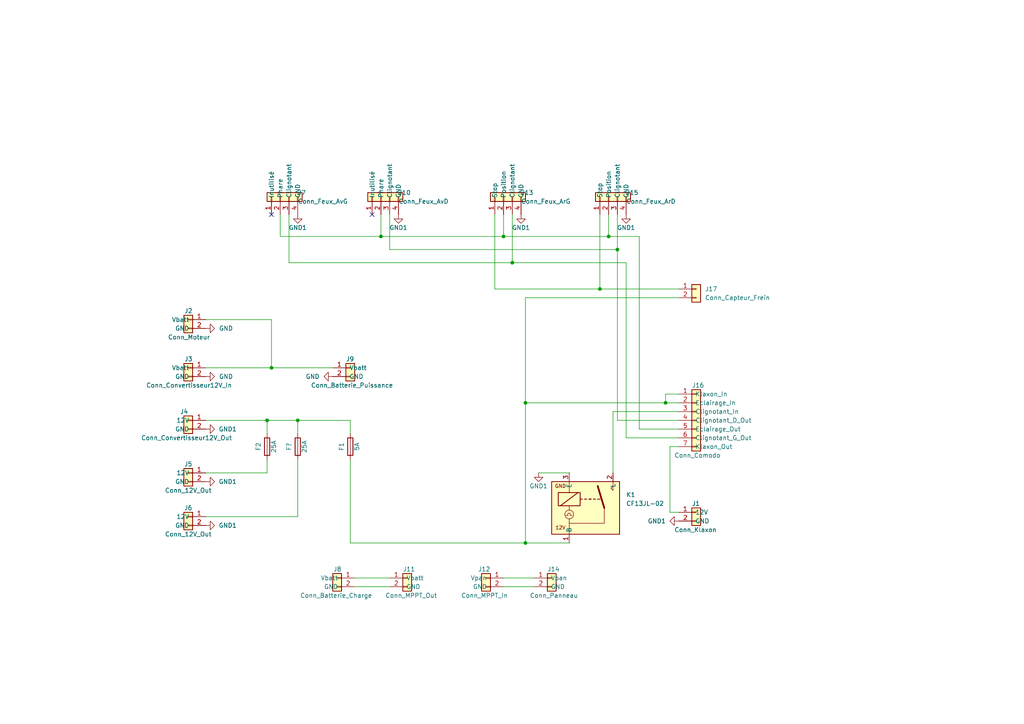
<source format=kicad_sch>
(kicad_sch (version 20211123) (generator eeschema)
  (paper "A4")
  (title_block (title "Boitier électrique vhéliotech") (date "2024-12-28") (company "Vélo solaire pour tous") (comment 1 "Licence CERN-OHL-S version 2"))
  (lib_symbols
    (symbol "Conn_Feux_Arriere_1" (pin_names (offset 1.016))
      (property "Reference" "J" (at 0 5.08 0))
      (property "Value" "Conn_Feux_Arriere_1" (at 0 -7.62 0))
      (symbol "Conn_Feux_Arriere_1_1_1"
        (rectangle (start -1.27 -4.953) (end 0 -5.207) (stroke (width 0.1524)))
        (rectangle (start -1.27 -2.413) (end 0 -2.667) (stroke (width 0.1524)))
        (rectangle (start -1.27 0.127) (end 0 -0.127) (stroke (width 0.1524)))
        (rectangle (start -1.27 2.667) (end 0 2.413) (stroke (width 0.1524)))
        (rectangle (start -1.27 3.81) (end 1.27 -6.35) (stroke (width 0.254)) (fill (type background)))
        (pin passive line (at -5.08 2.54 0) (length 3.81) (name "Stop") (number "1"))
        (pin passive line (at -5.08 0 0) (length 3.81) (name "Position") (number "2"))
        (pin passive line (at -5.08 -2.54 0) (length 3.81) (name "Clignotant") (number "3"))
        (pin power_in line (at -5.08 -5.08 0) (length 3.81) (name "GND") (number "4"))
      )
    )
    (symbol "Conn_Feux_Avant_1" (pin_names (offset 1.016))
      (property "Reference" "J" (at 0 5.08 0))
      (property "Value" "Conn_Feux_Avant_1" (at 0 -7.62 0))
      (symbol "Conn_Feux_Avant_1_1_1"
        (rectangle (start -1.27 -4.953) (end 0 -5.207) (stroke (width 0.1524)))
        (rectangle (start -1.27 -2.413) (end 0 -2.667) (stroke (width 0.1524)))
        (rectangle (start -1.27 0.127) (end 0 -0.127) (stroke (width 0.1524)))
        (rectangle (start -1.27 2.667) (end 0 2.413) (stroke (width 0.1524)))
        (rectangle (start -1.27 3.81) (end 1.27 -6.35) (stroke (width 0.254)) (fill (type background)))
        (pin passive line (at -5.08 2.54 0) (length 3.81) (name "Inutilisé") (number "1"))
        (pin passive line (at -5.08 0 0) (length 3.81) (name "Phare") (number "2"))
        (pin passive line (at -5.08 -2.54 0) (length 3.81) (name "Clignotant") (number "3"))
        (pin power_in line (at -5.08 -5.08 0) (length 3.81) (name "GND") (number "4"))
      )
    )
    (symbol "Connector_Generic:Conn_01x02" (pin_names (offset 1.016) hide)
      (property "Reference" "J" (at 0 2.54 0))
      (property "Value" "Conn_01x02" (at 0 -5.08 0))
      (symbol "Conn_01x02_1_1"
        (rectangle (start -1.27 -2.413) (end 0 -2.667) (stroke (width 0.1524)))
        (rectangle (start -1.27 0.127) (end 0 -0.127) (stroke (width 0.1524)))
        (rectangle (start -1.27 1.27) (end 1.27 -3.81) (stroke (width 0.254)) (fill (type background)))
        (pin passive line (at -5.08 0 0) (length 3.81) (name "Pin_1") (number "1"))
        (pin passive line (at -5.08 -2.54 0) (length 3.81) (name "Pin_2") (number "2"))
      )
    )
    (symbol "circuit:CF13JL-02"
      (property "Reference" "K" (at 11.43 3.81 0))
      (property "Value" "CF13JL-02" (at 17.78 1.27 0))
      (symbol "CF13JL-02_0_1"
        (circle (center -5.08 -4.445) (radius 1.27))
        (polyline (pts (xy -5.08 -6.985) (xy -5.08 -5.715)))
        (polyline (pts (xy -6.096 -4.699) (xy -5.461 -4.699) (xy -5.461 -4.064) (xy -4.826 -4.064) (xy -4.826 -4.699) (xy -4.191 -4.699)))
      )
      (symbol "CF13JL-02_1_1"
        (rectangle (start -10.16 5.08) (end 9.525 -10.16) (stroke (width 0.254)) (fill (type background)))
        (rectangle (start -8.255 1.905) (end -1.905 -1.905) (stroke (width 0.254)))
        (polyline (pts (xy -7.62 -1.905) (xy -2.54 1.905)) (stroke (width 0.254)))
        (polyline (pts (xy -5.08 -10.16) (xy -5.08 -6.985)))
        (polyline (pts (xy -5.08 -3.175) (xy -5.08 -1.905)))
        (polyline (pts (xy -5.08 5.08) (xy -5.08 1.905)))
        (polyline (pts (xy -1.905 0) (xy -1.27 0)) (stroke (width 0.254)))
        (polyline (pts (xy -0.635 0) (xy 0 0)) (stroke (width 0.254)))
        (polyline (pts (xy 0.635 0) (xy 1.27 0)) (stroke (width 0.254)))
        (polyline (pts (xy 0.635 0) (xy 1.27 0)) (stroke (width 0.254)))
        (polyline (pts (xy 1.905 0) (xy 2.54 0)) (stroke (width 0.254)))
        (polyline (pts (xy 3.175 0) (xy 3.81 0)) (stroke (width 0.254)))
        (polyline (pts (xy 5.08 -6.985) (xy -5.08 -6.985)))
        (polyline (pts (xy 5.08 -2.54) (xy 3.175 3.81)) (stroke (width 0.508)))
        (polyline (pts (xy 5.08 -2.54) (xy 5.08 -6.985)))
        (polyline (pts (xy 7.62 3.81) (xy 7.62 5.08)))
        (polyline (pts (xy 7.62 3.81) (xy 7.62 2.54) (xy 6.985 3.175) (xy 7.62 3.81)))
        (text "12V" (at -7.62 -8.255 0) (effects (font (size 1.016 1.016))))
        (text "GND" (at -7.62 3.81 0) (effects (font (size 1.016 1.016))))
        (pin passive line (at -5.08 -12.7 90) (length 2.54) (name "B") (number "1"))
        (pin passive line (at 7.62 7.62 270) (length 2.54) (name "L") (number "2"))
        (pin passive line (at -5.08 7.62 270) (length 2.54) (name "E") (number "3"))
      )
    )
    (symbol "circuit:Conn_12V_Out" (pin_names (offset 1.016))
      (property "Reference" "J" (at 0 2.54 0))
      (property "Value" "Conn_12V_Out" (at 0 -5.08 0))
      (symbol "Conn_12V_Out_1_1"
        (rectangle (start -1.27 -2.413) (end 0 -2.667) (stroke (width 0.1524)))
        (rectangle (start -1.27 0.127) (end 0 -0.127) (stroke (width 0.1524)))
        (rectangle (start -1.27 1.27) (end 1.27 -3.81) (stroke (width 0.254)) (fill (type background)))
        (pin power_in line (at -5.08 0 0) (length 3.81) (name "12V") (number "1"))
        (pin power_in line (at -5.08 -2.54 0) (length 3.81) (name "GND") (number "2"))
      )
    )
    (symbol "circuit:Conn_Batterie_Charge" (pin_names (offset 1.016))
      (property "Reference" "J" (at 0 2.54 0))
      (property "Value" "Conn_Batterie_Charge" (at 0 -5.08 0))
      (symbol "Conn_Batterie_Charge_1_1"
        (rectangle (start -1.27 -2.413) (end 0 -2.667) (stroke (width 0.1524)))
        (rectangle (start -1.27 0.127) (end 0 -0.127) (stroke (width 0.1524)))
        (rectangle (start -1.27 1.27) (end 1.27 -3.81) (stroke (width 0.254)) (fill (type background)))
        (pin power_in line (at -5.08 0 0) (length 3.81) (name "Vbatt") (number "1"))
        (pin power_in line (at -5.08 -2.54 0) (length 3.81) (name "GND") (number "2"))
      )
    )
    (symbol "circuit:Conn_Batterie_Puissance" (pin_names (offset 1.016))
      (property "Reference" "J" (at 0 2.54 0))
      (property "Value" "Conn_Batterie_Puissance" (at 0 -5.08 0))
      (symbol "Conn_Batterie_Puissance_1_1"
        (rectangle (start -1.27 -2.413) (end 0 -2.667) (stroke (width 0.1524)))
        (rectangle (start -1.27 0.127) (end 0 -0.127) (stroke (width 0.1524)))
        (rectangle (start -1.27 1.27) (end 1.27 -3.81) (stroke (width 0.254)) (fill (type background)))
        (pin power_out line (at -5.08 0 0) (length 3.81) (name "Vbatt") (number "1"))
        (pin power_out line (at -5.08 -2.54 0) (length 3.81) (name "GND") (number "2"))
      )
    )
    (symbol "circuit:Conn_Comodo" (pin_names (offset 1.016))
      (property "Reference" "J" (at 0 10.16 0))
      (property "Value" "Conn_Comodo" (at 0 -10.16 0))
      (symbol "Conn_Comodo_1_1"
        (rectangle (start -1.27 -7.493) (end 0 -7.747) (stroke (width 0.1524)))
        (rectangle (start -1.27 -4.953) (end 0 -5.207) (stroke (width 0.1524)))
        (rectangle (start -1.27 -2.413) (end 0 -2.667) (stroke (width 0.1524)))
        (rectangle (start -1.27 0.127) (end 0 -0.127) (stroke (width 0.1524)))
        (rectangle (start -1.27 2.667) (end 0 2.413) (stroke (width 0.1524)))
        (rectangle (start -1.27 5.207) (end 0 4.953) (stroke (width 0.1524)))
        (rectangle (start -1.27 7.747) (end 0 7.493) (stroke (width 0.1524)))
        (rectangle (start -1.27 8.89) (end 1.27 -8.89) (stroke (width 0.254)) (fill (type background)))
        (pin power_in line (at -5.08 7.62 0) (length 3.81) (name "Klaxon_In") (number "1"))
        (pin power_in line (at -5.08 5.08 0) (length 3.81) (name "Eclairage_In") (number "2"))
        (pin passive line (at -5.08 2.54 0) (length 3.81) (name "Clignotant_In") (number "3"))
        (pin passive line (at -5.08 0 0) (length 3.81) (name "Clignotant_D_Out") (number "4"))
        (pin passive line (at -5.08 -2.54 0) (length 3.81) (name "Eclairage_Out") (number "5"))
        (pin passive line (at -5.08 -5.08 0) (length 3.81) (name "Clignotant_G_Out") (number "6"))
        (pin passive line (at -5.08 -7.62 0) (length 3.81) (name "Klaxon_Out") (number "7"))
      )
    )
    (symbol "circuit:Conn_Convertisseur12V_In" (pin_names (offset 1.016))
      (property "Reference" "J" (at 0 2.54 0))
      (property "Value" "Conn_Convertisseur12V_In" (at 0 -5.08 0))
      (symbol "Conn_Convertisseur12V_In_1_1"
        (rectangle (start -1.27 -2.413) (end 0 -2.667) (stroke (width 0.1524)))
        (rectangle (start -1.27 0.127) (end 0 -0.127) (stroke (width 0.1524)))
        (rectangle (start -1.27 1.27) (end 1.27 -3.81) (stroke (width 0.254)) (fill (type background)))
        (pin power_in line (at -5.08 0 0) (length 3.81) (name "Vbatt") (number "1"))
        (pin power_in line (at -5.08 -2.54 0) (length 3.81) (name "GND") (number "2"))
      )
    )
    (symbol "circuit:Conn_Convertisseur12V_Out" (pin_names (offset 1.016))
      (property "Reference" "J" (at 0 2.54 0))
      (property "Value" "Conn_Convertisseur12V_Out" (at 0 -5.08 0))
      (symbol "Conn_Convertisseur12V_Out_1_1"
        (rectangle (start -1.27 -2.413) (end 0 -2.667) (stroke (width 0.1524)))
        (rectangle (start -1.27 0.127) (end 0 -0.127) (stroke (width 0.1524)))
        (rectangle (start -1.27 1.27) (end 1.27 -3.81) (stroke (width 0.254)) (fill (type background)))
        (pin power_out line (at -5.08 0 0) (length 3.81) (name "12V") (number "1"))
        (pin power_out line (at -5.08 -2.54 0) (length 3.81) (name "GND") (number "2"))
      )
    )
    (symbol "circuit:Conn_Feux_Arriere" (pin_names (offset 1.016))
      (property "Reference" "J" (at 0 5.08 0))
      (property "Value" "Conn_Feux_Arriere" (at 0 -7.62 0))
      (symbol "Conn_Feux_Arriere_1_1"
        (rectangle (start -1.27 -4.953) (end 0 -5.207) (stroke (width 0.1524)))
        (rectangle (start -1.27 -2.413) (end 0 -2.667) (stroke (width 0.1524)))
        (rectangle (start -1.27 0.127) (end 0 -0.127) (stroke (width 0.1524)))
        (rectangle (start -1.27 2.667) (end 0 2.413) (stroke (width 0.1524)))
        (rectangle (start -1.27 3.81) (end 1.27 -6.35) (stroke (width 0.254)) (fill (type background)))
        (pin passive line (at -5.08 2.54 0) (length 3.81) (name "Stop") (number "1"))
        (pin passive line (at -5.08 0 0) (length 3.81) (name "Position") (number "2"))
        (pin passive line (at -5.08 -2.54 0) (length 3.81) (name "Clignotant") (number "3"))
        (pin power_in line (at -5.08 -5.08 0) (length 3.81) (name "GND") (number "4"))
      )
    )
    (symbol "circuit:Conn_Feux_Avant" (pin_names (offset 1.016))
      (property "Reference" "J" (at 0 5.08 0))
      (property "Value" "Conn_Feux_Avant" (at 0 -7.62 0))
      (symbol "Conn_Feux_Avant_1_1"
        (rectangle (start -1.27 -4.953) (end 0 -5.207) (stroke (width 0.1524)))
        (rectangle (start -1.27 -2.413) (end 0 -2.667) (stroke (width 0.1524)))
        (rectangle (start -1.27 0.127) (end 0 -0.127) (stroke (width 0.1524)))
        (rectangle (start -1.27 2.667) (end 0 2.413) (stroke (width 0.1524)))
        (rectangle (start -1.27 3.81) (end 1.27 -6.35) (stroke (width 0.254)) (fill (type background)))
        (pin passive line (at -5.08 2.54 0) (length 3.81) (name "Inutilisé") (number "1"))
        (pin passive line (at -5.08 0 0) (length 3.81) (name "Phare") (number "2"))
        (pin passive line (at -5.08 -2.54 0) (length 3.81) (name "Clignotant") (number "3"))
        (pin power_in line (at -5.08 -5.08 0) (length 3.81) (name "GND") (number "4"))
      )
    )
    (symbol "circuit:Conn_Klaxon" (pin_names (offset 1.016))
      (property "Reference" "J" (at 0 2.54 0))
      (property "Value" "Conn_Klaxon" (at 0 -5.08 0))
      (symbol "Conn_Klaxon_1_1"
        (rectangle (start -1.27 -2.413) (end 0 -2.667) (stroke (width 0.1524)))
        (rectangle (start -1.27 0.127) (end 0 -0.127) (stroke (width 0.1524)))
        (rectangle (start -1.27 1.27) (end 1.27 -3.81) (stroke (width 0.254)) (fill (type background)))
        (pin passive line (at -5.08 0 0) (length 3.81) (name "12V") (number "1"))
        (pin power_in line (at -5.08 -2.54 0) (length 3.81) (name "GND") (number "2"))
      )
    )
    (symbol "circuit:Conn_MPPT_In" (pin_names (offset 1.016))
      (property "Reference" "J" (at 0 2.54 0))
      (property "Value" "Conn_MPPT_In" (at 0 -5.08 0))
      (symbol "Conn_MPPT_In_1_1"
        (rectangle (start -1.27 -2.413) (end 0 -2.667) (stroke (width 0.1524)))
        (rectangle (start -1.27 0.127) (end 0 -0.127) (stroke (width 0.1524)))
        (rectangle (start -1.27 1.27) (end 1.27 -3.81) (stroke (width 0.254)) (fill (type background)))
        (pin power_in line (at -5.08 0 0) (length 3.81) (name "Vpan") (number "1"))
        (pin power_in line (at -5.08 -2.54 0) (length 3.81) (name "GND") (number "2"))
      )
    )
    (symbol "circuit:Conn_MPPT_Out" (pin_names (offset 1.016))
      (property "Reference" "J" (at 0 2.54 0))
      (property "Value" "Conn_MPPT_Out" (at 0 -5.08 0))
      (symbol "Conn_MPPT_Out_1_1"
        (rectangle (start -1.27 -2.413) (end 0 -2.667) (stroke (width 0.1524)))
        (rectangle (start -1.27 0.127) (end 0 -0.127) (stroke (width 0.1524)))
        (rectangle (start -1.27 1.27) (end 1.27 -3.81) (stroke (width 0.254)) (fill (type background)))
        (pin power_out line (at -5.08 0 0) (length 3.81) (name "Vbatt") (number "1"))
        (pin power_out line (at -5.08 -2.54 0) (length 3.81) (name "GND") (number "2"))
      )
    )
    (symbol "circuit:Conn_Moteur" (pin_names (offset 1.016))
      (property "Reference" "J" (at 0 2.54 0))
      (property "Value" "Conn_Moteur" (at 0 -5.08 0))
      (symbol "Conn_Moteur_1_1"
        (rectangle (start -1.27 -2.413) (end 0 -2.667) (stroke (width 0.1524)))
        (rectangle (start -1.27 0.127) (end 0 -0.127) (stroke (width 0.1524)))
        (rectangle (start -1.27 1.27) (end 1.27 -3.81) (stroke (width 0.254)) (fill (type background)))
        (pin power_in line (at -5.08 0 0) (length 3.81) (name "Vbatt") (number "1"))
        (pin power_in line (at -5.08 -2.54 0) (length 3.81) (name "GND") (number "2"))
      )
    )
    (symbol "circuit:Conn_Panneau" (pin_names (offset 1.016))
      (property "Reference" "J" (at 0 2.54 0))
      (property "Value" "Conn_Panneau" (at 0 -5.08 0))
      (symbol "Conn_Panneau_1_1"
        (rectangle (start -1.27 -2.413) (end 0 -2.667) (stroke (width 0.1524)))
        (rectangle (start -1.27 0.127) (end 0 -0.127) (stroke (width 0.1524)))
        (rectangle (start -1.27 1.27) (end 1.27 -3.81) (stroke (width 0.254)) (fill (type background)))
        (pin power_out line (at -5.08 0 0) (length 3.81) (name "Vpan") (number "1"))
        (pin power_out line (at -5.08 -2.54 0) (length 3.81) (name "GND") (number "2"))
      )
    )
    (symbol "circuit:Fuse" (pin_numbers hide) (pin_names (offset 0))
      (property "Reference" "F" (at 2.032 0 90))
      (property "Value" "Fuse" (at -1.905 0 90))
      (symbol "Fuse_0_1"
        (rectangle (start -0.762 -2.54) (end 0.762 2.54) (stroke (width 0.254)))
        (polyline (pts (xy 0 2.54) (xy 0 -2.54)))
      )
      (symbol "Fuse_1_1"
        (pin power_out line (at 0 3.81 270) (length 1.27) (name "~") (number "1"))
        (pin power_in line (at 0 -3.81 90) (length 1.27) (name "~") (number "2"))
      )
    )
    (symbol "power:GND" (power) (pin_names (offset 0))
      (property "Value" "GND" (at 0 -3.81 0))
      (symbol "GND_0_1"
        (polyline (pts (xy 0 0) (xy 0 -1.27) (xy 1.27 -1.27) (xy 0 -2.54) (xy -1.27 -1.27) (xy 0 -1.27)))
      )
      (symbol "GND_1_1"
        (pin power_in line (at 0 0 270) (length 0) hide (name "GND") (number "1"))
      )
    )
    (symbol "power:GND1" (power) (pin_names (offset 0))
      (property "Value" "GND1" (at 0 -3.81 0))
      (symbol "GND1_0_1"
        (polyline (pts (xy 0 0) (xy 0 -1.27) (xy 1.27 -1.27) (xy 0 -2.54) (xy -1.27 -1.27) (xy 0 -1.27)))
      )
      (symbol "GND1_1_1"
        (pin power_in line (at 0 0 270) (length 0) hide (name "GND1") (number "1"))
      )
    )
  )
  (junction (at 193.04 116.84))
  (junction (at 148.59 76.2))
  (junction (at 78.74 106.68))
  (junction (at 110.49 68.58))
  (junction (at 146.05 68.58))
  (junction (at 173.99 83.82))
  (junction (at 152.4 157.48))
  (junction (at 77.47 121.92))
  (junction (at 176.53 68.58))
  (junction (at 179.07 72.39))
  (junction (at 86.36 121.92))
  (junction (at 152.4 116.84))
  (no_connect (at 78.74 62.23))
  (no_connect (at 107.95 62.23))
  (wire (pts (xy 78.74 92.71) (xy 59.69 92.71)))
  (wire (pts (xy 77.47 133.35) (xy 77.47 137.16)))
  (wire (pts (xy 77.47 121.92) (xy 77.47 125.73)))
  (wire (pts (xy 59.69 149.86) (xy 86.36 149.86)))
  (wire (pts (xy 110.49 68.58) (xy 81.28 68.58)))
  (wire (pts (xy 193.04 114.3) (xy 196.85 114.3)))
  (wire (pts (xy 102.87 167.64) (xy 113.03 167.64)))
  (wire (pts (xy 176.53 62.23) (xy 176.53 68.58)))
  (wire (pts (xy 148.59 62.23) (xy 148.59 76.2)))
  (wire (pts (xy 86.36 149.86) (xy 86.36 133.35)))
  (wire (pts (xy 101.6 133.35) (xy 101.6 157.48)))
  (wire (pts (xy 59.69 106.68) (xy 78.74 106.68)))
  (wire (pts (xy 86.36 121.92) (xy 101.6 121.92)))
  (wire (pts (xy 177.8 119.38) (xy 196.85 119.38)))
  (wire (pts (xy 179.07 72.39) (xy 113.03 72.39)))
  (wire (pts (xy 110.49 62.23) (xy 110.49 68.58)))
  (wire (pts (xy 77.47 121.92) (xy 86.36 121.92)))
  (wire (pts (xy 193.04 116.84) (xy 152.4 116.84)))
  (wire (pts (xy 181.61 127) (xy 196.85 127)))
  (wire (pts (xy 101.6 125.73) (xy 101.6 121.92)))
  (wire (pts (xy 194.31 148.59) (xy 196.85 148.59)))
  (wire (pts (xy 152.4 116.84) (xy 152.4 86.36)))
  (wire (pts (xy 196.85 83.82) (xy 173.99 83.82)))
  (wire (pts (xy 173.99 83.82) (xy 173.99 62.23)))
  (wire (pts (xy 196.85 116.84) (xy 193.04 116.84)))
  (wire (pts (xy 185.42 68.58) (xy 185.42 124.46)))
  (wire (pts (xy 177.8 137.16) (xy 177.8 119.38)))
  (wire (pts (xy 156.21 137.16) (xy 165.1 137.16)))
  (wire (pts (xy 143.51 83.82) (xy 143.51 62.23)))
  (wire (pts (xy 86.36 121.92) (xy 86.36 125.73)))
  (wire (pts (xy 83.82 76.2) (xy 83.82 62.23)))
  (wire (pts (xy 78.74 106.68) (xy 96.52 106.68)))
  (wire (pts (xy 179.07 121.92) (xy 196.85 121.92)))
  (wire (pts (xy 152.4 86.36) (xy 196.85 86.36)))
  (wire (pts (xy 59.69 137.16) (xy 77.47 137.16)))
  (wire (pts (xy 194.31 129.54) (xy 194.31 148.59)))
  (wire (pts (xy 110.49 68.58) (xy 146.05 68.58)))
  (wire (pts (xy 152.4 116.84) (xy 152.4 157.48)))
  (wire (pts (xy 146.05 62.23) (xy 146.05 68.58)))
  (wire (pts (xy 148.59 76.2) (xy 83.82 76.2)))
  (wire (pts (xy 181.61 76.2) (xy 181.61 127)))
  (wire (pts (xy 165.1 157.48) (xy 152.4 157.48)))
  (wire (pts (xy 78.74 106.68) (xy 78.74 92.71)))
  (wire (pts (xy 173.99 83.82) (xy 143.51 83.82)))
  (wire (pts (xy 193.04 116.84) (xy 193.04 114.3)))
  (wire (pts (xy 152.4 157.48) (xy 101.6 157.48)))
  (wire (pts (xy 113.03 72.39) (xy 113.03 62.23)))
  (wire (pts (xy 179.07 72.39) (xy 179.07 121.92)))
  (wire (pts (xy 146.05 170.18) (xy 154.94 170.18)))
  (wire (pts (xy 196.85 129.54) (xy 194.31 129.54)))
  (wire (pts (xy 148.59 76.2) (xy 181.61 76.2)))
  (wire (pts (xy 146.05 167.64) (xy 154.94 167.64)))
  (wire (pts (xy 179.07 62.23) (xy 179.07 72.39)))
  (wire (pts (xy 185.42 124.46) (xy 196.85 124.46)))
  (wire (pts (xy 59.69 121.92) (xy 77.47 121.92)))
  (wire (pts (xy 146.05 68.58) (xy 176.53 68.58)))
  (wire (pts (xy 102.87 170.18) (xy 113.03 170.18)))
  (wire (pts (xy 176.53 68.58) (xy 185.42 68.58)))
  (wire (pts (xy 81.28 68.58) (xy 81.28 62.23)))
  (symbol (lib_id "power:GND") (at 59.69 95.25 90) (unit 1)
    (property "Reference" "#PWR0101" (effects hide))
    (property "Value" "GND" (at 63.5 95.2499 90) (effects (justify right)))
  )
  (symbol (lib_id "circuit:Conn_Convertisseur12V_In") (at 54.61 106.68 0) (mirror y) (unit 1)
    (property "Reference" "J3" (at 55.88 104.14 0) (effects (justify left)))
    (property "Value" "Conn_Convertisseur12V_In" (at 67.31 111.76 0) (effects (justify left)))
  )
  (symbol (lib_id "power:GND1") (at 86.36 62.23 0) (unit 1)
    (property "Reference" "#PWR0105" (effects hide))
    (property "Value" "GND1" (at 86.36 66.04 0))
  )
  (symbol (lib_name "Conn_Feux_Avant_1") (lib_id "circuit:Conn_Feux_Avant") (at 110.49 57.15 90) (unit 1)
    (property "Reference" "J10" (at 115.57 55.8799 90) (effects (justify right)))
    (property "Value" "Conn_Feux_AvD" (at 115.57 58.4199 90) (effects (justify right)))
  )
  (symbol (lib_id "circuit:CF13JL-02") (at 170.18 144.78 0) (unit 1)
    (property "Reference" "K1" (at 181.61 143.5099 0) (effects (justify left)))
    (property "Value" "CF13JL-02" (at 181.61 146.0499 0) (effects (justify left)))
  )
  (symbol (lib_id "circuit:Fuse") (at 77.47 129.54 180) (unit 1)
    (property "Reference" "F2" (at 74.93 129.54 90))
    (property "Value" "25A" (at 79.375 129.54 90))
  )
  (symbol (lib_id "power:GND1") (at 59.69 152.4 90) (unit 1)
    (property "Reference" "#PWR0110" (effects hide))
    (property "Value" "GND1" (at 66.04 152.4 90))
  )
  (symbol (lib_id "power:GND") (at 96.52 109.22 270) (unit 1)
    (property "Reference" "#PWR0111" (effects hide))
    (property "Value" "GND" (at 92.71 109.2199 90) (effects (justify right)))
  )
  (symbol (lib_id "circuit:Conn_Klaxon") (at 201.93 148.59 0) (unit 1)
    (property "Reference" "J1" (at 200.66 146.05 0) (effects (justify left)))
    (property "Value" "Conn_Klaxon" (at 195.58 153.67 0) (effects (justify left)))
  )
  (symbol (lib_id "circuit:Conn_12V_Out") (at 54.61 137.16 0) (mirror y) (unit 1)
    (property "Reference" "J5" (at 54.61 134.62 0))
    (property "Value" "Conn_12V_Out" (at 54.61 142.24 0))
  )
  (symbol (lib_id "power:GND1") (at 115.57 62.23 0) (unit 1)
    (property "Reference" "#PWR0106" (effects hide))
    (property "Value" "GND1" (at 115.57 66.04 0))
  )
  (symbol (lib_id "power:GND1") (at 59.69 124.46 90) (unit 1)
    (property "Reference" "#PWR0103" (effects hide))
    (property "Value" "GND1" (at 66.04 124.46 90))
  )
  (symbol (lib_name "Conn_Feux_Arriere_1") (lib_id "circuit:Conn_Feux_Arriere") (at 146.05 57.15 90) (unit 1)
    (property "Reference" "J13" (at 151.13 55.8799 90) (effects (justify right)))
    (property "Value" "Conn_Feux_ArG" (at 151.13 58.4199 90) (effects (justify right)))
  )
  (symbol (lib_id "circuit:Conn_Batterie_Puissance") (at 101.6 106.68 0) (unit 1)
    (property "Reference" "J9" (at 100.33 104.14 0) (effects (justify left)))
    (property "Value" "Conn_Batterie_Puissance" (at 90.17 111.76 0) (effects (justify left)))
  )
  (symbol (lib_id "circuit:Conn_Moteur") (at 54.61 92.71 0) (mirror y) (unit 1)
    (property "Reference" "J2" (at 55.88 90.17 0) (effects (justify left)))
    (property "Value" "Conn_Moteur" (at 60.96 97.79 0) (effects (justify left)))
  )
  (symbol (lib_id "power:GND1") (at 196.85 151.13 270) (mirror x) (unit 1)
    (property "Reference" "#PWR0102" (effects hide))
    (property "Value" "GND1" (at 190.5 151.13 90))
  )
  (symbol (lib_id "circuit:Conn_Convertisseur12V_Out") (at 54.61 121.92 0) (mirror y) (unit 1)
    (property "Reference" "J4" (at 54.61 119.38 0) (effects (justify left)))
    (property "Value" "Conn_Convertisseur12V_Out" (at 67.31 127 0) (effects (justify left)))
  )
  (symbol (lib_id "circuit:Conn_MPPT_In") (at 140.97 167.64 0) (mirror y) (unit 1)
    (property "Reference" "J12" (at 142.24 165.1 0) (effects (justify left)))
    (property "Value" "Conn_MPPT_In" (at 147.32 172.72 0) (effects (justify left)))
  )
  (symbol (lib_id "circuit:Conn_Panneau") (at 160.02 167.64 0) (unit 1)
    (property "Reference" "J14" (at 158.75 165.1 0) (effects (justify left)))
    (property "Value" "Conn_Panneau" (at 153.67 172.72 0) (effects (justify left)))
  )
  (symbol (lib_id "circuit:Conn_Batterie_Charge") (at 97.79 167.64 0) (mirror y) (unit 1)
    (property "Reference" "J8" (at 99.06 165.1 0) (effects (justify left)))
    (property "Value" "Conn_Batterie_Charge" (at 107.95 172.72 0) (effects (justify left)))
  )
  (symbol (lib_id "circuit:Conn_Comodo") (at 201.93 121.92 0) (unit 1)
    (property "Reference" "J16" (at 200.66 111.76 0) (effects (justify left)))
    (property "Value" "Conn_Comodo" (at 195.58 132.08 0) (effects (justify left)))
  )
  (symbol (lib_id "power:GND1") (at 59.69 139.7 90) (unit 1)
    (property "Reference" "#PWR0109" (effects hide))
    (property "Value" "GND1" (at 66.04 139.7 90))
  )
  (symbol (lib_id "circuit:Fuse") (at 101.6 129.54 180) (unit 1)
    (property "Reference" "F1" (at 99.06 129.54 90))
    (property "Value" "5A" (at 103.505 129.54 90))
  )
  (symbol (lib_id "circuit:Fuse") (at 86.36 129.54 180) (unit 1)
    (property "Reference" "F?" (at 83.82 129.54 90))
    (property "Value" "25A" (at 88.265 129.54 90))
  )
  (symbol (lib_id "power:GND1") (at 156.21 137.16 0) (unit 1)
    (property "Reference" "#PWR0112" (effects hide))
    (property "Value" "GND1" (at 156.21 140.97 0))
  )
  (symbol (lib_id "circuit:Conn_12V_Out") (at 54.61 149.86 0) (mirror y) (unit 1)
    (property "Reference" "J6" (at 54.61 147.32 0))
    (property "Value" "Conn_12V_Out" (at 54.61 154.94 0))
  )
  (symbol (lib_id "circuit:Conn_Feux_Arriere") (at 176.53 57.15 90) (unit 1)
    (property "Reference" "J15" (at 181.61 55.8799 90) (effects (justify right)))
    (property "Value" "Conn_Feux_ArD" (at 181.61 58.4199 90) (effects (justify right)))
  )
  (symbol (lib_id "circuit:Conn_Feux_Avant") (at 81.28 57.15 90) (unit 1)
    (property "Reference" "J7" (at 86.36 55.8799 90) (effects (justify right)))
    (property "Value" "Conn_Feux_AvG" (at 86.36 58.4199 90) (effects (justify right)))
  )
  (symbol (lib_id "power:GND1") (at 181.61 62.23 0) (unit 1)
    (property "Reference" "#PWR0108" (effects hide))
    (property "Value" "GND1" (at 181.61 66.04 0))
  )
  (symbol (lib_id "power:GND") (at 59.69 109.22 90) (unit 1)
    (property "Reference" "#PWR0104" (effects hide))
    (property "Value" "GND" (at 63.5 109.2199 90) (effects (justify right)))
  )
  (symbol (lib_id "circuit:Conn_MPPT_Out") (at 118.11 167.64 0) (unit 1)
    (property "Reference" "J11" (at 116.84 165.1 0) (effects (justify left)))
    (property "Value" "Conn_MPPT_Out" (at 111.76 172.72 0) (effects (justify left)))
  )
  (symbol (lib_id "power:GND1") (at 151.13 62.23 0) (unit 1)
    (property "Reference" "#PWR0107" (effects hide))
    (property "Value" "GND1" (at 151.13 66.04 0))
  )
  (symbol (lib_id "Connector_Generic:Conn_01x02") (at 201.93 83.82 0) (unit 1)
    (property "Reference" "J17" (at 204.47 83.8199 0) (effects (justify left)))
    (property "Value" "Conn_Capteur_Frein" (at 204.47 86.3599 0) (effects (justify left)))
  )
)
</source>
